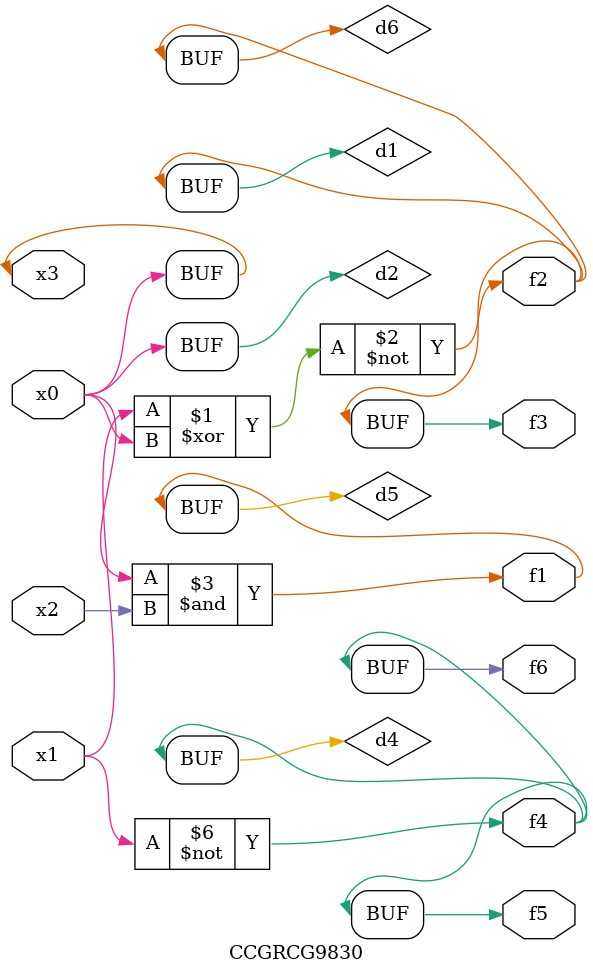
<source format=v>
module CCGRCG9830(
	input x0, x1, x2, x3,
	output f1, f2, f3, f4, f5, f6
);

	wire d1, d2, d3, d4, d5, d6;

	xnor (d1, x1, x3);
	buf (d2, x0, x3);
	nand (d3, x0, x2);
	not (d4, x1);
	nand (d5, d3);
	or (d6, d1);
	assign f1 = d5;
	assign f2 = d6;
	assign f3 = d6;
	assign f4 = d4;
	assign f5 = d4;
	assign f6 = d4;
endmodule

</source>
